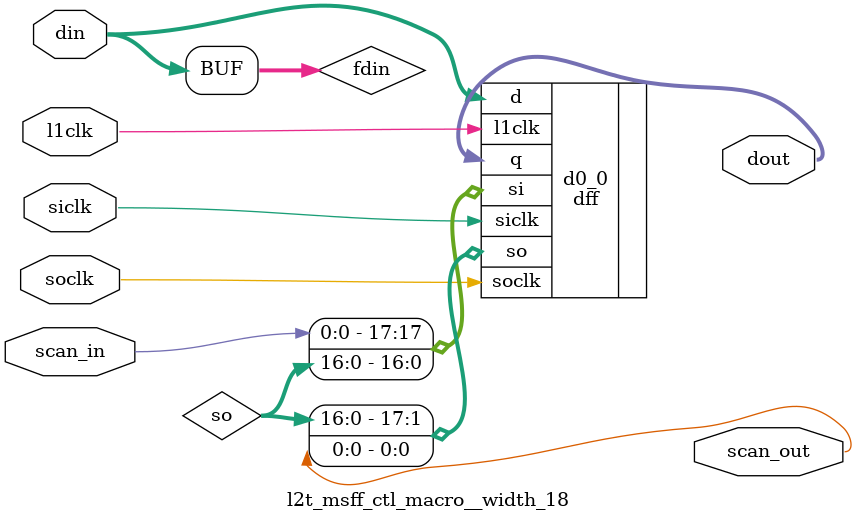
<source format=v>
module l2t_mbist_ctl (
  mbist_run, 
  mbist_l2tag_read, 
  mbist_l2tag_write, 
  mbist_l2tag_index, 
  mbist_l2tag_way, 
  mbist_l2tag_dec_way, 
  mbist_l2tag_lkup_tag, 
  mbist_l2tag_fail, 
  mbist_l2tag_hit_way, 
  mbist_l2data_write, 
  mbist_l2data_word, 
  mbist_l2data_way, 
  mbist_l2data_index, 
  mbist_l2data_fail, 
  mbist_l2vuad_read, 
  mbist_l2vuad_write, 
  mbist_l2vuad_index, 
  mbist_l2vuad_vd, 
  mbist_l2vuad_fail, 
  mbist_arb_l2t_write, 
  mbist_write_data, 
  mbist_write_data_decck, 
  mbist_done, 
  mbist_fail, 
  mbist0_done, 
  mbist2_done, 
  mbist0_fail, 
  mbist2_fail, 
  mbist_start_mb0, 
  mbist_start_mb2, 
  mbist_arb_l2d_en, 
  mbist_arb_l2d_write, 
  mbist_l2d_en, 
  l2clk, 
  tcu_pce_ov, 
  tcu_aclk, 
  tcu_bclk, 
  tcu_scan_en, 
  tcu_clk_stop, 
  scan_in, 
  scan_out, 
  mbist_start, 
  mbist_bisi_mode, 
  mbist_user_mode);
wire pce_ov;
wire stop;
wire siclk;
wire soclk;
wire se;
wire l1clk;
wire clock_enable;
wire start_in;
wire l1clk_pm1;
wire array_usr_reg_scanin;
wire array_usr_reg_scanout;
wire [3:0] user_array_sel_in;
wire [3:0] user_array_sel;
wire user_addr_mode_reg_scanin;
wire user_addr_mode_reg_scanout;
wire user_addr_mode_in;
wire user_addr_mode;
wire user_start_addr_reg_scanin;
wire user_start_addr_reg_scanout;
wire [17:0] user_start_addr_in;
wire [17:0] user_start_addr;
wire user_stop_addr_reg_scanin;
wire user_stop_addr_reg_scanout;
wire [17:0] user_stop_addr_in;
wire [17:0] user_stop_addr;
wire user_incr_addr_reg_scanin;
wire user_incr_addr_reg_scanout;
wire [17:0] user_incr_addr_in;
wire [17:0] user_incr_addr;
wire user_data_mode_reg_scanin;
wire user_data_mode_reg_scanout;
wire user_data_mode_in;
wire user_data_mode;
wire user_data_reg_scanin;
wire user_data_reg_scanout;
wire [7:0] user_data_in;
wire [7:0] user_data;
wire user_loop_mode_reg_scanin;
wire user_loop_mode_reg_scanout;
wire user_loop_mode_in;
wire user_loop_mode;
wire ten_n_mode_reg_scanin;
wire ten_n_mode_reg_scanout;
wire ten_n_mode_in;
wire ten_n_mode;
wire user_quad_sel_reg_scanin;
wire user_quad_sel_reg_scanout;
wire user_quad_sel_in;
wire user_quad_sel;
wire user_bisi_wr_mode_reg_scanin;
wire user_bisi_wr_mode_reg_scanout;
wire user_bisi_wr_mode_in;
wire user_bisi_wr_mode;
wire user_bisi_rd_mode_reg_scanin;
wire user_bisi_rd_mode_reg_scanout;
wire user_bisi_rd_mode_in;
wire user_bisi_rd_mode;
wire user_addr_mix_sel_reg_scanin;
wire user_addr_mix_sel_reg_scanout;
wire [1:0] user_addr_mix_sel_in;
wire [1:0] user_addr_mix_sel;
wire mb_user_data_mode;
wire user_mode;
wire mb_user_addr_mode;
wire mb_user_quad_sel;
wire mb_ten_n_mode;
wire mb_user_loop_mode;
wire mb_user_bisi_wr_mode;
wire bisi_mode;
wire mb_user_bisi_rd_mode;
wire mb_user_bisi_rw_mode;
wire mb_default_bisi;
wire mbist_start_reg_scanin;
wire mbist_start_reg_scanout;
wire mbist_start_all;
wire mbist_start_all_reg_scanin;
wire mbist_start_all_reg_scanout;
wire mbist_start_mb1;
wire input_signals_reg_scanin;
wire input_signals_reg_scanout;
wire mb_enable_reg_scanin;
wire mb_enable_reg_scanout;
wire mb_enable;
wire mb_enable_out;
wire start;
wire mb2_done;
wire config_reg_scanin;
wire config_reg_scanout;
wire [1:0] config_in;
wire [1:0] config_out;
wire start_transition;
wire end_transition;
wire reset_engine;
wire loop_again;
wire run;
wire loop_again_reg_scanin;
wire loop_again_reg_scanout;
wire stop_engine_l;
wire stop_engine_l_q;
wire [15:0] l2tag_dec_way;
wire [3:0] l2tag_way;
wire d_mbist_l2vuad_vd;
wire array_1;
wire arb_l2d_en;
wire array_3;
wire array_2;
wire arb_l2d_write;
wire l2d_en;
wire mbist_output_reg_scanin;
wire mbist_output_reg_scanout;
wire cntl_l2rw;
wire [27:0] mb_l2tag_lkup_tag;
wire mb_array_2_wr;
wire cntl_l2rw_out;
wire input_cam_hit_reg_scanin;
wire input_cam_hit_reg_scanout;
wire [15:0] mb_l2tag_hit_way;
wire cntl_reg_scanin;
wire cntl_reg_scanout;
wire [35:0] cntl_in;
wire [35:0] cntl_out;
wire run3;
wire [13:0] cntl_algr;
wire [13:0] next_algr;
wire sel_nextaddr_reset;
wire sel_nextaddr_restart;
wire overflow;
wire sel_nextaddr_incred;
wire cout_rw;
wire sel_nextaddr_same;
wire [17:0] start_addr;
wire [17:0] restart_addr;
wire [17:0] incred_addr;
wire [17:0] cntl_addr;
wire [2:0] cntl_rw;
wire [3:0] next_rw;
wire cntl_msb;
wire cntl_bisi;
wire [3:0] cntl_array_sel;
wire last_array;
wire [1:0] cntl_data_sel;
wire [1:0] cntl_addr_mix;
wire addr_mix_pass;
wire [3:0] cntl_march_element;
wire sel_march_1_pass;
wire [1:0] addr_mix_cntl_out;
wire cntl_addr_mix_reg_scanin;
wire cntl_addr_mix_reg_scanout;
wire [1:0] addr_mix_sel;
wire [1:0] addr_mix_sel_out;
wire array_0;
wire addr_mix_1;
wire addr_mix_0;
wire addr_mix_2;
wire cout_addr;
wire upaddr;
wire march_0;
wire march_1;
wire march_2;
wire march_6;
wire march_7;
wire [3:0] march_element_pre;
wire march_pre_0;
wire march_pre_1;
wire march_pre_2;
wire march_pre_6;
wire march_pre_7;
wire upaddr_pre;
wire [17:0] incr_addr;
wire [17:0] stop_addr;
wire sel_rw_pass;
wire [3:0] rw_incr;
wire one_cycle_march;
wire march_5;
wire five_cycle_march;
wire march_8;
wire two_cycle_march;
wire mem_wr_pbi;
wire march_3;
wire march_4;
wire rw_1;
wire rw_0;
wire rw_4;
wire mem_wr;
wire bisi_wr_mode;
wire bisi_rd_mode;
wire mem_rd_pbi;
wire mem_rd;
wire [17:0] adj_addr;
wire rw_3;
wire [17:0] mem_addr1;
wire true_data_l;
wire rw_2;
wire true_data;
wire [7:0] data_pat_sel;
wire [7:0] mem_data;
wire l2tag_data_0_or_1;
wire [27:0] l2tag_lkup_tag;
wire l2tag_cam_pass;
wire l2tag_cam_cmp_d4;
wire l2tag_cam_fail;
wire l2tag_strobe_valid;
wire [17:0] mb_addr;
wire l2tag_cam_cmp;
wire mb_array_2_rd;
wire cam_cmp_fail_delay_reg_scanin;
wire cam_cmp_fail_delay_reg_scanout;
wire l2tag_cam_cmp_d1;
wire l2tag_cam_cmp_d2;
wire l2tag_cam_cmp_d3;
wire [17:0] mem_addr_mix0;
wire [17:0] mem_addr_mix1;
wire [17:0] mem_addr_mix2_pre;
wire [3:0] mem_addr_mix2_dec;
wire [17:0] mem_addr_mix2;
wire [17:0] mem_addr;
wire [3:0] array_sel;
wire [3:0] march_element;
wire [2:0] rw;
wire [3:0] array_sel_cntl_out;
wire array_sel_reg_scanin;
wire array_sel_reg_scanout;
wire [3:0] array_sel_out;
wire [3:0] march_element_cntl_out;
wire marche_element_reg_scanin;
wire marche_element_reg_scanout;
wire [3:0] march_element_out;
wire [2:0] rw_cntl_out;
wire march_element_reg_scanin;
wire march_element_reg_scanout;
wire [2:0] rw_out;
wire sel_rw_1_pass;
wire sel_rw_2_pass;
wire sel_rw_5_pass;
wire [7:0] mb_write_data;
wire mb_array_0_rd;
wire mb_array_1_rd;
wire mb_array_3_rd;
wire quad_cntl;
wire mb_array_0_wr;
wire mb_array_1_wr;
wire mb_array_3_wr;
wire mb_run;
wire msb_latch_scanin;
wire msb_latch_scanout;
wire msb_in;
wire msb_out;
wire mb_done;
wire [4:0] done_delay;
wire run3_transition_reg_scanin;
wire run3_transition_reg_scanout;
wire run3_out;
wire run3_transition;
wire done_delay_reg_scanin;
wire done_delay_reg_scanout;
wire [4:0] done_delay_in;
wire merged_fail_scanin;
wire merged_fail_scanout;
wire mb_fail_merged;
wire mb0_fail;
wire mb2_fail;
wire merged_done_scanin;
wire merged_done_scanout;
wire mb_done_merged;
wire mb0_done;
wire mb1_fail;
wire mb1_done;
wire mb_l2tag_fail;
wire mb_l2vuad_fail;
wire mb_l2data_fail_pregate;
wire l2data_rd_cmp_reg_scanin;
wire l2data_rd_cmp_reg_scanout;
wire array_3_rd_d1;
wire array_3_rd_d2;
wire array_3_rd_d3;
wire array_3_rd_d4;
wire array_3_rd_d5;
wire array_3_rd_d6;
wire mb_l2data_fail;
wire l2tag_fail_d;
wire l2tag_fail_sticky;
wire l2vuad_fail_d;
wire l2vuad_fail_sticky;
wire l2data_fail_d;
wire l2data_fail_sticky;
wire l2tag_cam_fail_d;
wire l2tag_cam_sticky;
wire mbist_fail_input_reg_scanin;
wire mbist_fail_input_reg_scanout;
wire mbist_fail_sticky;
wire mbist_fail_array;
wire valid_fail;
wire mb_fail;
wire out_mb_tcu_done_reg_scanin;
wire out_mb_tcu_done_reg_scanout;
wire mb_done_out;
wire out_mb_tcu_fail_reg_scanin;
wire out_mb_tcu_fail_reg_scanout;
wire mb_fail_out;
wire out_run_mb_arrays_reg_scanin;
wire out_run_mb_arrays_reg_scanout;
wire mb_run_out;
wire out_data_mb_arrays_reg_scanin;
wire out_data_mb_arrays_reg_scanout;
wire [7:0] mb_write_data_out;
wire [7:0] mbist_write_data_decck_out;
wire out_addr_mb_arrays_reg_scanin;
wire out_addr_mb_arrays_reg_scanout;
wire [17:0] mb_addr_out;
wire out_wr_mb_arrays_reg_scanin;
wire out_wr_mb_arrays_reg_scanout;
wire mb_array_0_wr_out;
wire mb_array_1_wr_out;
wire mb_array_2_wr_out;
wire mb_array_3_wr_out;
wire out_rd_mb_arrays_reg_scanin;
wire out_rd_mb_arrays_reg_scanout;
wire mb_array_0_rd_out;
wire mb_array_1_rd_out;
wire mb_array_2_rd_out;
wire [3:0] l2data_word;
wire spares_scanin;
wire spares_scanout;
 
 
/////////////////////////////////////////////////////////////////////////////// 
// Outputs 
/////////////////////////////////////////////////////////////////////////////// 
 
output            mbist_run;           // run

// l2tag
output            mbist_l2tag_read;    // read enable for tag array
output            mbist_l2tag_write;   // write enable for tag array
output    [8:0]   mbist_l2tag_index;   // Tag array index 
output    [3:0]   mbist_l2tag_way;     // mux select to pick out a way for a read
output    [15:0]  mbist_l2tag_dec_way; // The way select for the tag array
output    [27:0]  mbist_l2tag_lkup_tag; //To test lookup operation.
input             mbist_l2tag_fail; 

input   [15:0]    mbist_l2tag_hit_way; //To see if a match happened.
                                        //Added 2/28/05. 

// l2data

output            mbist_l2data_write;  // 0=Write to the dataarray 1=read
output    [3:0]   mbist_l2data_word;   // encoded 1/16 words are picked to write
            	   	   	               // out of 624 bits you can only write 78 bits at 
            	   	                   // a time
output    [3:0]   mbist_l2data_way;    // encoded way for data array access
output    [8:0]   mbist_l2data_index;  // data access index encoded
input             mbist_l2data_fail;

// l2vuad
output            mbist_l2vuad_read;   // Read enable for vuad array 
output            mbist_l2vuad_write;  // VUAD array write enable
output    [8:0]   mbist_l2vuad_index;  // index to access vuad arrays
output            mbist_l2vuad_vd;     // This is a select signal to pick vd or ua arrays
input             mbist_l2vuad_fail; 

// ???

output            mbist_arb_l2t_write; // Asserted as a request for writing tag array
output    [7:0]   mbist_write_data;    // write data
output    [7:0]   mbist_write_data_decck;    // write data
          
output            mbist_done; 
output            mbist_fail; 
input		      mbist0_done;
input             mbist2_done;
input             mbist0_fail;
input             mbist2_fail;



// mbist_start redistribution:

   output      mbist_start_mb0;
   output      mbist_start_mb2;



// ???????????????????????????????????????????????????????????????????????????????????????


output    	      mbist_arb_l2d_en;    // select to pick mbist index for data array access
output    	      mbist_arb_l2d_write; // select to pick mbist data for data array access
output    	      mbist_l2d_en;        // select to pick mbist way for data array access

 
/////////////////////////////////////////////////////////////////////////////// 
// Inputs 
/////////////////////////////////////////////////////////////////////////////// 
 
input            l2clk; 
input           tcu_pce_ov;
input           tcu_aclk;
input           tcu_bclk;
input           tcu_scan_en;
input           tcu_clk_stop;

input 		    scan_in; 
output 		    scan_out; 

input           mbist_start; 
input           mbist_bisi_mode; 
input           mbist_user_mode; 


/////////////////////////////////////////////////////////////////////////////// 
// Wires 
/////////////////////////////////////////////////////////////////////////////// 



// /////////////////////////////////////////////////////////////////////////////
// Scan Renames
// /////////////////////////////////////////////////////////////////////////////

assign pce_ov = tcu_pce_ov;
assign stop   = tcu_clk_stop;
assign siclk  = tcu_aclk;
assign soclk  = tcu_bclk;
assign se = tcu_scan_en;



////////////////////////////////////////////////////////////////////////////////
// Clock header


l2t_l1clkhdr_ctl_macro clkgen_freeclk (
        .l2clk  (l2clk 		),
        .l1en   (1'b1		),
        .l1clk  (l1clk		),
  .pce_ov(pce_ov),
  .stop(stop),
  .se(se));


assign clock_enable	= start_in | mbist_done | mbist_run | mbist_fail ;
l2t_l1clkhdr_ctl_macro clkgen (
        .l2clk  (l2clk 			),
        .l1en   (clock_enable		),
        .l1clk  (l1clk_pm1			),
  .pce_ov(pce_ov),
  .stop(stop),
  .se(se)
);



// /////////////////////////////////////////////////////////////////////////////
//
// user mode resgisters   
// MBIST PGM Control Register
//
// /////////////////////////////////////////////////////////////////////////////
// /////////////////////////////////////////////////////////////////////////////


////////////////////////////////////////////////////////////////////////////////
// user control registers
//                         size
// -  user_array_sel        4
// -  user_addr_mode        1
// -  user_start_addr      15
// -  user_stop_addr       15
// -  user_inc_addr        15
// -  user_data_mode        1
// -  user_data             8
// -  user_cmpsel_hold      1
// -  user_cmpsel           3
// -  user_loop_mode        1
// -  user_quad_sel         1  (selects upper and lower halves )


   l2t_msff_ctl_macro__width_4 array_usr_reg  (
              .scan_in(array_usr_reg_scanin),
              .scan_out(array_usr_reg_scanout),
              .l1clk    ( l1clk_pm1	           ),
  	          .din      ( user_array_sel_in[3:0]       ),
  		      .dout     ( user_array_sel[3:0]      ),
  .siclk(siclk),
  .soclk(soclk));

   assign user_array_sel_in[3:0]=user_array_sel[3:0];


   // user address mode

   l2t_msff_ctl_macro__width_1 user_addr_mode_reg  (
              .scan_in(user_addr_mode_reg_scanin),
              .scan_out(user_addr_mode_reg_scanout),
              .l1clk    ( l1clk_pm1	           ),
  	          .din      ( user_addr_mode_in       ),
  		      .dout     ( user_addr_mode        ),
  .siclk(siclk),
  .soclk(soclk));

   assign user_addr_mode_in=user_addr_mode;
   

   //  user start address
   
  l2t_msff_ctl_macro__width_18 user_start_addr_reg  (
                 .scan_in(user_start_addr_reg_scanin),
                 .scan_out(user_start_addr_reg_scanout),
                 .l1clk    ( l1clk_pm1	           ),
                 .din      ( user_start_addr_in[17:0]       ),
                 .dout     ( user_start_addr[17:0]      ),
  .siclk(siclk),
  .soclk(soclk));


   assign user_start_addr_in[17:0]=user_start_addr[17:0];

   //  user stop address
   
  l2t_msff_ctl_macro__width_18 user_stop_addr_reg  (
                 .scan_in(user_stop_addr_reg_scanin),
                 .scan_out(user_stop_addr_reg_scanout),
                 .l1clk    ( l1clk_pm1	           ),
                 .din      ( user_stop_addr_in[17:0]       ),
                 .dout     ( user_stop_addr[17:0]      ),
  .siclk(siclk),
  .soclk(soclk));


   assign user_stop_addr_in[17:0]=user_stop_addr[17:0];
   

  //  user increment address
   
  l2t_msff_ctl_macro__width_18 user_incr_addr_reg  (
                 .scan_in(user_incr_addr_reg_scanin),
                 .scan_out(user_incr_addr_reg_scanout),
                 .l1clk    ( l1clk_pm1	           ),
                 .din      ( user_incr_addr_in[17:0]       ),
                 .dout     ( user_incr_addr[17:0]      ),
  .siclk(siclk),
  .soclk(soclk));


   assign user_incr_addr_in[17:0]=user_incr_addr[17:0];

   // user data mode

   l2t_msff_ctl_macro__width_1 user_data_mode_reg  (
              .scan_in(user_data_mode_reg_scanin),
              .scan_out(user_data_mode_reg_scanout),
              .l1clk    ( l1clk_pm1	           ),
  	          .din      ( user_data_mode_in       ),
   		      .dout     ( user_data_mode        ),
  .siclk(siclk),
  .soclk(soclk));

							 
   assign user_data_mode_in=user_data_mode;

   //  user data select
   
   l2t_msff_ctl_macro__width_8 user_data_reg  (
                 .scan_in(user_data_reg_scanin),
                 .scan_out(user_data_reg_scanout),
                 .l1clk    ( l1clk_pm1	           ),
                 .din      ( user_data_in[7:0]       ),
                 .dout     ( user_data[7:0]      ),
  .siclk(siclk),
  .soclk(soclk));


   assign user_data_in[7:0]    =    user_data[7:0];


   // user loop mode

   l2t_msff_ctl_macro__width_1 user_loop_mode_reg  (
              .scan_in(user_loop_mode_reg_scanin),
              .scan_out(user_loop_mode_reg_scanout),
              .l1clk    ( l1clk_pm1	           ),
  	          .din      ( user_loop_mode_in       ),
  		      .dout     ( user_loop_mode        ),
  .siclk(siclk),
  .soclk(soclk));

  
   assign user_loop_mode_in=user_loop_mode;



   // 10N Algorithm for bit mapping

   l2t_msff_ctl_macro__width_1 ten_n_mode_reg  (
              .scan_in(ten_n_mode_reg_scanin),
              .scan_out(ten_n_mode_reg_scanout),
              .l1clk    ( l1clk_pm1	           ),
  	          .din      ( ten_n_mode_in       ),
  		      .dout     ( ten_n_mode        ),
  .siclk(siclk),
  .soclk(soclk));

  
   assign ten_n_mode_in=ten_n_mode;



   // user data mode

   l2t_msff_ctl_macro__width_1 user_quad_sel_reg  (
              .scan_in(user_quad_sel_reg_scanin),
              .scan_out(user_quad_sel_reg_scanout),
              .l1clk    ( l1clk_pm1	           ),
  	          .din      ( user_quad_sel_in       ),
   		      .dout     ( user_quad_sel        ),
  .siclk(siclk),
  .soclk(soclk));

							 
   assign user_quad_sel_in=user_quad_sel;


   l2t_msff_ctl_macro__width_1 user_bisi_wr_mode_reg  (
                  .scan_in(user_bisi_wr_mode_reg_scanin),
                  .scan_out(user_bisi_wr_mode_reg_scanout),
                  .l1clk    ( l1clk_pm1	                  ),
  	          .din      ( user_bisi_wr_mode_in   ),
  		  .dout     ( user_bisi_wr_mode      ),
  .siclk(siclk),
  .soclk(soclk));

   assign user_bisi_wr_mode_in=user_bisi_wr_mode;

   l2t_msff_ctl_macro__width_1 user_bisi_rd_mode_reg  (
                  .scan_in(user_bisi_rd_mode_reg_scanin),
                  .scan_out(user_bisi_rd_mode_reg_scanout),
                  .l1clk    ( l1clk_pm1	                  ),
  	          .din      ( user_bisi_rd_mode_in   ),
  		  .dout     ( user_bisi_rd_mode      ),
  .siclk(siclk),
  .soclk(soclk));

   assign user_bisi_rd_mode_in=user_bisi_rd_mode;


   
  l2t_msff_ctl_macro__width_2 user_addr_mix_sel_reg  (
                 .scan_in(user_addr_mix_sel_reg_scanin),
                 .scan_out(user_addr_mix_sel_reg_scanout),
                 .l1clk    ( l1clk_pm1	           ),
                 .din      ( user_addr_mix_sel_in[1:0]       ),
                 .dout     ( user_addr_mix_sel[1:0]      ),
  .siclk(siclk),
  .soclk(soclk));


   assign user_addr_mix_sel_in[1:0]=user_addr_mix_sel[1:0];
   




   assign mb_user_data_mode = user_mode & user_data_mode;
   assign mb_user_addr_mode = user_mode & user_addr_mode;
   assign mb_user_quad_sel = user_mode & user_quad_sel;
   assign mb_ten_n_mode          = user_mode & ten_n_mode;
   assign mb_user_loop_mode      = user_mode & user_loop_mode;



   assign mb_user_bisi_wr_mode   = user_mode & user_bisi_wr_mode & bisi_mode;
   assign mb_user_bisi_rd_mode   = user_mode & user_bisi_rd_mode & bisi_mode;

   assign mb_user_bisi_rw_mode   = ((~user_bisi_wr_mode & ~user_bisi_rd_mode) | (user_bisi_wr_mode & user_bisi_rd_mode)) & bisi_mode;

   assign mb_default_bisi = bisi_mode & ~user_mode;


// /////////////////////////////////////////////////////////////////////////////
//
// MBIST Config Register
//
// /////////////////////////////////////////////////////////////////////////////
//
// A low to high transition on mbist_start will reset and start the engine.  
// mbist_start must remain active high for the duration of MBIST.  
// If mbist_start deasserts the engine will stop but not reset.
// Once MBIST has completed mb0_done will assert and the fail status
// signals will be valid.  
// To run MBIST again the mbist_start signal must transition low then high.
//
// Loop on Address will disable the address mix function.
//
// /////////////////////////////////////////////////////////////////////////////


  // flop incoming signals:


  // flop incoming signals:

  // --> mbist_start -> flop -> flop-> mbist_mb2
  //                 -> mbist_start_all -> mbist_start_mb1
  //                 -> mbist_start_all -> mbist_start_mb0

  l2t_msff_ctl_macro__width_1 mbist_start_reg  (
              .scan_in(mbist_start_reg_scanin),
              .scan_out(mbist_start_reg_scanout),
              .l1clk    ( l1clk           ),
               .din      ( mbist_start ),
               .dout     ( mbist_start_all ),
  .siclk(siclk),
  .soclk(soclk));

  l2t_msff_ctl_macro__width_3 mbist_start_all_reg  (
              .scan_in(mbist_start_all_reg_scanin),
              .scan_out(mbist_start_all_reg_scanout),
              .l1clk    ( l1clk           ),
               .din      ( {mbist_start_all,mbist_start_all, mbist_start_all} ),
               .dout     ( {mbist_start_mb1,mbist_start_mb0, mbist_start_mb2} ),
  .siclk(siclk),
  .soclk(soclk));


  l2t_msff_ctl_macro__width_3 input_signals_reg  (
               .scan_in(input_signals_reg_scanin),
               .scan_out(input_signals_reg_scanout),
               .l1clk    ( l1clk          ),
               .din      ( {mbist_start_mb1,mbist_bisi_mode,mbist_user_mode} ),
               .dout     ( {start_in,bisi_mode,user_mode} ),
  .siclk(siclk),
  .soclk(soclk));
  

  // default   : mb_enable=0
  // bisi      : mb_enable=0
  // user_mode : mb_enable=depend on programmed value

  l2t_msff_ctl_macro__width_1 mb_enable_reg  (
               .scan_in(mb_enable_reg_scanin),
               .scan_out(mb_enable_reg_scanout),
               .l1clk    ( l1clk_pm1	           ),
               .din      ( mb_enable       ),
               .dout     ( mb_enable_out       ),
  .siclk(siclk),
  .soclk(soclk));


  assign mb_enable = user_mode ? mb_enable_out : 1'b0;


  assign start = user_mode ? (mb_enable_out & start_in) :
                             (start_in & mb2_done);

//  assign start = start_in ;



  l2t_msff_ctl_macro__width_2 config_reg  (
               .scan_in(config_reg_scanin),
               .scan_out(config_reg_scanout),
               .l1clk    ( l1clk_pm1	           ),
               .din      ( config_in[1:0]       ),
               .dout     ( config_out[1:0]      ),
  .siclk(siclk),
  .soclk(soclk));

   
  assign config_in[0]        =    start;
  assign config_in[1]        =    config_out[0];
  assign start_transition    =    config_out[0]      &  ~config_out[1];
  assign end_transition      =   ~config_out[0] &  config_out[1];
  assign reset_engine        =    start_transition | loop_again  | end_transition;
  assign run                 =    config_out[1]  ;



  l2t_msff_ctl_macro__width_1 loop_again_reg  (
               .scan_in(loop_again_reg_scanin),
               .scan_out(loop_again_reg_scanout),
               .l1clk    ( l1clk_pm1	           ),
               .din      (  stop_engine_l   ),
               .dout     (  stop_engine_l_q  ),
  .siclk(siclk),
  .soclk(soclk));


assign loop_again=mb_user_loop_mode ? stop_engine_l & ~stop_engine_l_q:  1'b0;



    

   assign l2tag_dec_way[0]   = (l2tag_way[3:0]==4'h0);
   assign l2tag_dec_way[1]   = (l2tag_way[3:0]==4'h1);
   assign l2tag_dec_way[2]   = (l2tag_way[3:0]==4'h2);
   assign l2tag_dec_way[3]   = (l2tag_way[3:0]==4'h3);


   assign l2tag_dec_way[4]   = (l2tag_way[3:0]==4'h4);
   assign l2tag_dec_way[5]   = (l2tag_way[3:0]==4'h5);
   assign l2tag_dec_way[6]   = (l2tag_way[3:0]==4'h6);
   assign l2tag_dec_way[7]   = (l2tag_way[3:0]==4'h7);


   assign l2tag_dec_way[8]   = (l2tag_way[3:0]==4'h8);
   assign l2tag_dec_way[9]   = (l2tag_way[3:0]==4'h9);
   assign l2tag_dec_way[10]  = (l2tag_way[3:0]==4'hA);
   assign l2tag_dec_way[11]  = (l2tag_way[3:0]==4'hB);


   assign l2tag_dec_way[12]  = (l2tag_way[3:0]==4'hC);
   assign l2tag_dec_way[13]  = (l2tag_way[3:0]==4'hD);
   assign l2tag_dec_way[14]  = (l2tag_way[3:0]==4'hE);
   assign l2tag_dec_way[15]  = (l2tag_way[3:0]==4'hF);






assign          d_mbist_l2vuad_vd=array_1;  // selects vuad dirty

assign          arb_l2d_en   =user_mode ?  run : array_3 | array_2;  // provide early static signal
assign          arb_l2d_write=user_mode ?  run : array_3 | array_2;  // provide early static signal
assign          l2d_en       =user_mode ?  run : array_3 | array_2;  // provide early static signal


l2t_msff_ctl_macro__width_50		mbist_output_reg		 (
 .scan_in(mbist_output_reg_scanin),
 .scan_out(mbist_output_reg_scanout),
 .l1clk    ( l1clk_pm1	           ),
 .din  ({ cntl_l2rw,
          l2tag_dec_way[15:0],
          mb_l2tag_lkup_tag[27:0],
          d_mbist_l2vuad_vd,
          mb_array_2_wr,
          arb_l2d_en,
          arb_l2d_write,
          l2d_en}),                 
 .dout ({ cntl_l2rw_out,
          mbist_l2tag_dec_way[15:0],
          mbist_l2tag_lkup_tag[27:0],
          mbist_l2vuad_vd,
          mbist_arb_l2t_write,
          mbist_arb_l2d_en,
          mbist_arb_l2d_write,
          mbist_l2d_en}),
  .siclk(siclk),
  .soclk(soclk));




   l2t_msff_ctl_macro__width_16 input_cam_hit_reg  (
              .scan_in(input_cam_hit_reg_scanin),
              .scan_out(input_cam_hit_reg_scanout),
              .l1clk    ( l1clk_pm1	           ),
  	          .din      ( mbist_l2tag_hit_way[15:0]       ),
  		      .dout     ( mb_l2tag_hit_way[15:0]      ),
  .siclk(siclk),
  .soclk(soclk));




// work
//////////////////////////////////////////////////////////////////////////////////////////////////////////////////////
////////////////////////////////////   ////////////////////////////////////
//  CONTROL REG:
////////////////////////////////////   ////////////////////////////////////


   l2t_msff_ctl_macro__width_36 cntl_reg  (
                 .scan_in(cntl_reg_scanin),
                 .scan_out(cntl_reg_scanout),
                 .l1clk    ( l1clk_pm1	           ),
                 .din      ( cntl_in[35:0]       ),
                 .dout     ( cntl_out[35:0]      ),
  .siclk(siclk),
  .soclk(soclk));


   assign cntl_in[35:22]   = reset_engine   ? {14'b00000000000000}:
     	                     (~run3)          ? cntl_algr[13:0]:	  
	                                          next_algr[13:0];

   
//   assign cntl_in[12:3]    = reset_engine ? start_addr[7:0]:
//	                         ~run3        ? cntl_addr[7:0]:
//	                                        next_addr[7:0];

    // reset_engine   run3    overflow   cout_rw    output
   // ---------------------------------------------------------
   //    1             x        x          x       start_addr
   //    0             0        x          x       cntl_addr
   //    0             1        1          x       restart_addr
   //    0             1        0          1       incred_addr
   //    0             1        0          0       cntl_addr                                     


   assign sel_nextaddr_reset    = reset_engine;
   assign sel_nextaddr_restart  = ~reset_engine & run3 & overflow;
   assign sel_nextaddr_incred   = ~reset_engine & run3 & ~overflow & cout_rw;
   assign sel_nextaddr_same     = ~(sel_nextaddr_reset | sel_nextaddr_restart | sel_nextaddr_incred);

   assign cntl_in[21:4] = ({18{sel_nextaddr_reset}} & start_addr[17:0]) |
                          ({18{sel_nextaddr_restart}} & restart_addr[17:0]) |
                          ({18{sel_nextaddr_incred}} & incred_addr[17:0]) |
                          ({18{sel_nextaddr_same}} & cntl_addr[17:0]);  
   

   assign cntl_in[3:1]     = reset_engine  ? 3'b000 : 
                             (~run3 )          ? cntl_rw[2:0]:
                                             next_rw[3:1];


   assign cntl_in[0]       =     next_rw[0];


////////////////////////////////////   ////////////////////////////////////
//  NEXT ALGR
////////////////////////////////////   ////////////////////////////////////

   // msb
   assign cntl_msb                    =     start_in &  cntl_out[   35];    // done selection

   assign cntl_bisi                    =       mb_default_bisi | mb_user_bisi_rw_mode ? cntl_out[34] :
                                                                                        1'b1;

   // array
   assign cntl_array_sel[3:0]        =       (user_mode | last_array)     ? 4'b1111:
                                                            cntl_out[33:30];    // array selection 

   // data
   assign cntl_data_sel[1:0]          =   (bisi_mode | mb_user_data_mode)  ? 2'b11 :    cntl_out[29:28];    // data selection



   // address mix
   assign cntl_addr_mix[1:0]          =     addr_mix_pass ? 2'b11  :    
                                          
                                                     cntl_out[27:26];    // address mix


   assign cntl_march_element[3:0]     =   sel_march_1_pass  ? 4'b1111:
                                                              cntl_out[25:22];    // march element

//   assign addr_mix[1:0] = (bisi_mode | mb_user_addr_mode ) ? 2'b00 :
//                                                       cntl_addr_mix[1:0];



  
   // cmp logic

   assign addr_mix_cntl_out[1:0] = cntl_out[27:26];

   l2t_msff_ctl_macro__width_2 cntl_addr_mix_reg  (
              .scan_in(cntl_addr_mix_reg_scanin),
              .scan_out(cntl_addr_mix_reg_scanout),
              .l1clk    ( l1clk_pm1	           ),
               .din      ( addr_mix_sel[1:0] ),
               .dout     ( addr_mix_sel_out[1:0] ),
  .siclk(siclk),
  .soclk(soclk));

//   assign cmp_sel[3:0]=  (&cmp_sel_cntl_out[3:0] & ~(array_5)) ? cmp_sel_out[3:0] :
   assign addr_mix_sel[1:0]=  (&addr_mix_cntl_out[1:0] ) ? addr_mix_sel_out[1:0] :
                               mb_user_addr_mode                 ? user_addr_mix_sel[1:0] :
                                                          addr_mix_cntl_out[1:0];

   assign addr_mix_pass = (mb_user_addr_mode | bisi_mode ) |
                          array_0 & addr_mix_1 |
                          array_1 & addr_mix_1 |
                          array_2 & addr_mix_1 |
                          array_3 & addr_mix_1 ;

   assign addr_mix_0 = addr_mix_sel==2'b00 & run3;
   assign addr_mix_1 = addr_mix_sel==2'b01 & run3;
   assign addr_mix_2 = addr_mix_sel==2'b10 & run3;

   assign cntl_algr[13:0] =       {cntl_msb,
                                   cntl_bisi,
                                   cntl_array_sel[3:0],
			                       cntl_data_sel[1:0],
			                       cntl_addr_mix[1:0],
			                       cntl_march_element[3:0]};

   assign next_algr[13:0] = cout_addr ? cntl_algr[13:0] + 14'h1 : cntl_algr[13:0];         // mbist control




////////////////////////////////////   ////////////////////////////////////
//  NEXT ADDR
////////////////////////////////////   ////////////////////////////////////


   /////////////////////////
   // address engine
   /////////////////////////


   assign upaddr           =    march_0 | march_1 | march_2 | march_6 | march_7 | bisi_mode ;
                                

   assign march_element_pre[3:0]=next_algr[3:0];

   assign march_pre_0   = march_element_pre[3:0]==4'h0;
   assign march_pre_1   = march_element_pre[3:0]==4'h1;
   assign march_pre_2   = march_element_pre[3:0]==4'h2;
   assign march_pre_6   = march_element_pre[3:0]==4'h6;
   assign march_pre_7   = march_element_pre[3:0]==4'h7;

   assign upaddr_pre =     march_pre_0 | march_pre_1 | march_pre_2 | march_pre_6 | march_pre_7;


   assign incr_addr[17:0]  = mb_user_addr_mode ? user_incr_addr[17:0] :  18'b000000000000000001;

   assign start_addr[17:0] = mb_user_addr_mode ? user_start_addr[17:0] : 18'b000000000000000000;
   
   
//   assign next_addr_out[8:0] = cout_rw ? cntl_addr[8:0] + incr_addr[8:0] : cntl_addr[8:0];    // next address


   assign incred_addr[17:0] = cntl_addr[17:0] + incr_addr[17:0];


   assign overflow   = upaddr   ? ( cntl_addr[17:0] == stop_addr[17:0])  & (cntl_rw[2:0]==3'b111 & cntl_l2rw):
                                  (~cntl_addr[17:0] == start_addr[17:0]) & (cntl_rw[2:0]==3'b111 & cntl_l2rw);


//   assign next_addr[17:0]= overflow ? restart_addr[17:0] : next_addr_out[17:0];
  
   assign restart_addr[17:0] = upaddr_pre ? start_addr[17:0] : ~stop_addr[17:0];
      
   assign cout_addr =  overflow;




////////////////////////////////////   ////////////////////////////////////
//  NEXT RW
////////////////////////////////////   ////////////////////////////////////


   assign cntl_rw[2:0]                =   sel_rw_pass      ? 3'b111: 
                                                               cntl_out[ 3: 1];    // read write control

   assign cntl_l2rw                   =  (run3 & (array_3 & cntl_out[0]) | ~(array_3)) ;

   assign rw_incr[3:0]                = {cntl_rw[2:0],cntl_l2rw};     

   assign next_rw[3:0] = rw_incr[3:0]+4'b0001 ;              

   
   assign cout_rw = &{cntl_rw[2:0],cntl_l2rw};     // carry over for rw 








////////////////////////////////////   ////////////////////////////////////
//  MBIST CONTROL SIGNAL
//  - mem_wr
////////////////////////////////////   ////////////////////////////////////


   assign one_cycle_march  =  march_0 | march_5 | march_7;
   assign five_cycle_march =  march_6 | march_8;
   assign two_cycle_march  = ~(one_cycle_march | five_cycle_march);


   /////////////////////////
   // membist write enable
   /////////////////////////


    assign mem_wr_pbi     = run3 & (
                               march_0 |
                               ((march_1 | march_2 | march_3 | march_4 ) & rw_1) |
                               (march_6 & (rw_0 | rw_1 | rw_4)) |
                               march_7 |
                               (march_8 & (rw_0 | rw_1 | rw_4))
                               );  


   assign mem_wr = bisi_wr_mode ? 1'b1 :
                   bisi_rd_mode ? 1'b0 :
                                  mem_wr_pbi;
  

   /////////////////////////
   // membist read enable
   /////////////////////////

                                            

   assign mem_rd_pbi         =     run3   &      ~mem_wr;  



   assign mem_rd= bisi_rd_mode ? 1'b1 : mem_rd_pbi;


   /////////////////////
   // membist address:
   ////////////////////

   assign cntl_addr[17:0]   = cntl_out[21:4];

// Original Code:
//   assign adj_addr[17:0]      = (five_cycle_march & (rw_1 | rw_3)) ? {cntl_addr[17:6],~cntl_addr[5],cntl_addr[4:0]}:
//                                                                  cntl_addr[17:0] ;

// Proposed Code:
   assign adj_addr[17:0]      = (five_cycle_march & (rw_1 | rw_3)) ? {cntl_addr[17:4],~cntl_addr[3],cntl_addr[2:0]}:
                                                                      cntl_addr[17:0] ;

// If l2d:   default cntl_addr[7:0] works
//           addr_mix cntl_addr[10:3] works
// Note: Based on my conversation w/ Judy, for l2d, if a row needs to be replaced with a
// redundant row, the redundant row is in the other 16KB block. In that case,
// for that row and its corresponding row for weak-bit test, weak-bit address
// would not be on the bitline.

// If l2t:   default cntl_addr[8:2] works
//           addr_mix cntl_addr[6:0] works

// If vuad:  default cntl_addr[5:2] works
//           addr_mix cntl_addr[3:0] works

 
   assign mem_addr1[17:0]    = upaddr   ?  adj_addr[17:0]:  ~adj_addr[17:0];



   /////////////////////
   // true data
   ////////////////////

   assign true_data_l     =    bisi_mode |
                             march_0   |
                             (march_1 & rw_0)   |
                             (march_2 & rw_1)   |
                             (march_3 & rw_0)   |
                             (march_4 & rw_1)   |
                             (march_5)   |
                             (march_6 & (rw_1 | rw_3 | rw_4))   |
                             (march_8 & (rw_0 | rw_2));

   assign true_data=~true_data_l;

   /////////////////////
   // membist data:
   ////////////////////

   assign data_pat_sel[7:0]        =     (mb_user_data_mode & bisi_mode)         ?   ~user_data[7:0]:
                                         (mb_user_data_mode)                     ?    user_data[7:0]:
                                         bisi_mode                               ?    8'hFF:
                                         (cntl_data_sel[1:0] == 2'h0)            ?    8'hAA:
                                         (cntl_data_sel[1:0] == 2'h1)            ?    8'h99:
                                         (cntl_data_sel[1:0] == 2'h2)            ?    8'hCC:
                                                                                      8'h00;
   assign mem_data[7:0]         = true_data ? data_pat_sel[7:0] : ~data_pat_sel[7:0];


   // l2tag cam


   assign l2tag_data_0_or_1 = mem_data[7:0] == 8'h00 | mem_data[7:0]==8'hFF;

   assign l2tag_lkup_tag[27:0] = {mem_data[3:0],mem_data[7:0],mem_data[7:0],mem_data[7:0]};

   assign mb_l2tag_lkup_tag[27:0] = (march_1 | march_2) ? l2tag_lkup_tag[27:0] : ~l2tag_lkup_tag[27:0];

   assign l2tag_cam_pass = l2tag_cam_cmp_d4 ? &mb_l2tag_hit_way[15:0] : ~|mb_l2tag_hit_way[15:0];
   assign l2tag_cam_fail = (l2tag_strobe_valid) ? ~l2tag_cam_pass : 1'b0;

   assign l2tag_strobe_valid = mb_addr[8] & array_2 & (~bisi_mode | ~mb_user_addr_mode) & l2tag_way[3:0]==4'h0 & (march_1 | march_2) ;
   assign l2tag_cam_cmp = mb_array_2_rd & (march_1 | march_2) & l2tag_data_0_or_1;


l2t_msff_ctl_macro__width_4		cam_cmp_fail_delay_reg		 (
 .scan_in(cam_cmp_fail_delay_reg_scanin),
 .scan_out(cam_cmp_fail_delay_reg_scanout),
 .l1clk    ( l1clk_pm1	           ),
 .din  ( {
          l2tag_cam_cmp,
          l2tag_cam_cmp_d1,
          l2tag_cam_cmp_d2,
          l2tag_cam_cmp_d3
          }		),
 .dout ({ 
          l2tag_cam_cmp_d1,
          l2tag_cam_cmp_d2,
          l2tag_cam_cmp_d3,
          l2tag_cam_cmp_d4
        }		),
  .siclk(siclk),
  .soclk(soclk));



////////////////////////////////////   ////////////////////////////////////
//  STOP ADDR
////////////////////////////////////   ////////////////////////////////////
// cycle count for bisi:
//  arrays   cycles  operation
//  ---------------------------
//  vuad0:      512  write
//  vuad1:      512  write
//  l2tag:     8192  write
// l2data:   131072  write
//  vuad0:      512  read
//  vuad1:      512  read
//  l2tag:     8192  read <--  abort after 1st read
// l2data:   131072  read
//-----------------------------
//  total    280576


   assign stop_addr[17:0]  = mb_user_addr_mode ? user_stop_addr[17:0]  : 
                                                 array_0   ?  18'b00_00000001_11111111:  // l2vuad (valid)
                                                 array_1   ?  18'b00_00000001_11111111:  // l2vuad (dirty)
                                                 array_2   ?  18'b00_00011111_11111111:  // l2tag
                                                 array_3   ?  18'b00_11111111_11111111:  // l2data
                                                              18'b01_11111111_11111111;


////////////////////////////////////   ////////////////////////////////////
//  ADDR MIX
////////////////////////////////////   ////////////////////////////////////

// L2tag
// ------
// Each L2t bank is 8Kx28. Each bank is composed of 8 arrays
// and each array represent 2 ways.

// Each array is 128 rows x (28x8) columns. There is a 4:1 column muxing
// and since 2 ways, the 8 consecutive columns represent 2 ways, where
// every 4 goes to one sense amp.

// Therefore, index[8:0] chooses one of 512 entires, where:

// index[8:2] are row addresses, and
// index[1:0] are column addresses.


// VUAD memories
// --------------
// Each VUAD instance is 32 words x 160 bits and structured as
// 32 rows x 160 columns. It is a straight forward memory.
// The rows are divided in between for read. i.e. 16 rows on top
// and 16 rows in the bottom.

// Therefore, for addressing, consider this:

// address_mix = 0 : mem_address[4:0]
//             = 1 : mem_address[3:0],mem_address[4]  // to jump between
                                                   // top & bottom.
// For adjacent row, consider inverting one of mem_address[3:0] so that
// both fall amongst the top or bottom rows.                               
// 
// Furthermore, there are 4 arrays of 32x160 for VD and 4 for UA.
// There are index[8:0] is used to address the bits of each set of 4 arrays.
// For VD bits, since there 2 bits for each entry and for each way, then 
// # of bits per entry for 16 ways are 16x2=32 which requires 7 bits of ecc,
// therefore 39 bits per entry is needed. Therefore, for 512 entries, we need:
// 512 x 39 which is stored as (4 arrays) of (32rows) x (39x4).
// So, index[8:0] is used in the following way:

// index[1:0]: decodes which entry on each row,
// index[6:2]: decodes which row within an array,
// index[8:7]: decodes which of four 32x160 array instances.

// L2data
// ------
// Each bank of L2data is composed of a top and bottom half. Top half for
// col_offset 1 and 3 and the bottom one for col_offset 0 and 2.
// Each half is composed of 2 quadrants and each quadrant is made up of four
// 32KB blocks. 
// The top two 32KB in each quadrant is controlled with way_sel[7:0] and the
// bottom two is controlled with way_sel[15:8].
// Each 32KB block is built of two 16KB blocks. 
// Each 16KB block is the configured as 256 rows x 624 columns.
// These 624 columns are muxed 8:1 into 78 i/o's. 
// way_sel[7:0] and way_sel[15:8] decode the 8 columns within an i/o.
// set[7:0] decodes 256 rows within a 16K B and set[8] chooses between top and
// bottom 16KB. 
// 

   // l2tag  

   assign mem_addr_mix0[17:0]   =     mem_addr1[17:0];



   assign mem_addr_mix1[17:0]   =    (array_2) ? { mem_addr1[17:13],
                                                   mem_addr1[12],
                                                   mem_addr1[9],
                                                   mem_addr1[11],
                                                   mem_addr1[10],
                                                   mem_addr1[6:0],
                                                   mem_addr1[8:7] } :   // l2tag fast row

                                     (array_0) ? { mem_addr1[17:7],mem_addr1[4:0],mem_addr1[6:5] } :   // vuad
                                     (array_1) ? { mem_addr1[17:7],mem_addr1[4:0],mem_addr1[6:5] } :
                                     (array_3) ? { mem_addr1[17:16],mem_addr1[5:3],mem_addr1[6],mem_addr1[2:0],mem_addr1[15:7] } :
                                                          mem_addr1[17:0];  // Default l2d: fast row, then 16K block, then column 
                                                                         // Default l2t: fast col, then row, then way
                                                                           // Default vuad: fast word_en, then row

                                        // index[7:0], waysel, index[8], word
     assign mem_addr_mix2_pre[17:0]   =    { mem_addr1[17:16],mem_addr1[2:0],mem_addr1[7:4],mem_addr1[3],mem_addr1[15:8] } ;


     assign mem_addr_mix2_dec[3:0] = mem_addr_mix2_pre[12:9]==4'd0  ? 4'd0  :
                                     mem_addr_mix2_pre[12:9]==4'd1  ? 4'd8  :
                                     mem_addr_mix2_pre[12:9]==4'd2  ? 4'd1  :
                                     mem_addr_mix2_pre[12:9]==4'd3  ? 4'd9  :
                                     mem_addr_mix2_pre[12:9]==4'd4  ? 4'd2  :
                                     mem_addr_mix2_pre[12:9]==4'd5  ? 4'd10 :
                                     mem_addr_mix2_pre[12:9]==4'd6  ? 4'd3  :
                                     mem_addr_mix2_pre[12:9]==4'd7  ? 4'd11 :
                                     mem_addr_mix2_pre[12:9]==4'd8  ? 4'd4  :
                                     mem_addr_mix2_pre[12:9]==4'd9  ? 4'd12 :
                                     mem_addr_mix2_pre[12:9]==4'd10 ? 4'd5  :
                                     mem_addr_mix2_pre[12:9]==4'd11 ? 4'd13 :
                                     mem_addr_mix2_pre[12:9]==4'd12 ? 4'd6  :
                                     mem_addr_mix2_pre[12:9]==4'd13 ? 4'd14 :
                                     mem_addr_mix2_pre[12:9]==4'd14 ? 4'd7  :
                                     mem_addr_mix2_pre[12:9]==4'd15 ? 4'd15 :
                                                                   4'h0 ;

     
     assign mem_addr_mix2[17:0]={mem_addr_mix2_pre[17:13],mem_addr_mix2_dec[3:0],mem_addr_mix2_pre[8:0]};

     assign mem_addr[17:0] = addr_mix_0  ? mem_addr_mix0[17:0] : 
                             addr_mix_1  ? mem_addr_mix1[17:0] :
                             addr_mix_2  ? mem_addr_mix2[17:0] :
                                           mem_addr1[17:0];
                                           


////////////////////////////////////   ////////////////////////////////////
//  SEQ selection
////////////////////////////////////   ////////////////////////////////////

    // array

    assign array_0     = array_sel[3:0]==4'h0 & run3;
    assign array_1     = array_sel[3:0]==4'h1 & run3;
    assign array_2     = array_sel[3:0]==4'h2 & run3;
    assign array_3     = array_sel[3:0]==4'h3 & run3;
//    assign array_4     = array_sel[3:0]==4'h4;
//    assign array_5     = array_sel[3:0]==4'h5;

    assign last_array = array_3;
   // cmp
//   assign cmp_0       = cmp_sel[3:0]==4'b0000;
//   assign cmp_1       = cmp_sel[3:0]==4'b0001;
//   assign cmp_2       = cmp_sel[3:0]==4'b0010;
//   assign cmp_3       = cmp_sel[3:0]==4'b0011;
//   assign cmp_4       = cmp_sel[3:0]==4'b0100;
//   assign cmp_5       = cmp_sel[3:0]==4'b0101;
//   assign cmp_6       = cmp_sel[3:0]==4'b0110;
//   assign cmp_7       = cmp_sel[3:0]==4'b0111;
//   assign cmp_15      = cmp_sel[3:0]==4'b1111;

   // march

   assign march_0   = (march_element[3:0]==4'h0);
   assign march_1   = (march_element[3:0]==4'h1);
   assign march_2   = (march_element[3:0]==4'h2);
   assign march_3   = (march_element[3:0]==4'h3);
   assign march_4   = (march_element[3:0]==4'h4);
   assign march_5   = (march_element[3:0]==4'h5);
   assign march_6   = (march_element[3:0]==4'h6);
   assign march_7   = (march_element[3:0]==4'h7);
   assign march_8   = (march_element[3:0]==4'h8);

   // rw

   assign rw_0           =  (rw[2:0]==3'b000);
   assign rw_1           =  (rw[2:0]==3'b001);
   assign rw_2           =  (rw[2:0]==3'b010);
   assign rw_3           =  (rw[2:0]==3'b011);
   assign rw_4           =  (rw[2:0]==3'b100);
//   assign rw_5           =  (rw[2:0]==3'b101);
//   assign rw_6           =  (rw[2:0]==3'b110);
//   assign rw_7           =  (rw[2:0]==3'b111);





////////////////////////////////////   ////////////////////////////////////
//  SEQ logic
////////////////////////////////////   ////////////////////////////////////
   
   // array logic

  assign array_sel_cntl_out[3:0]=cntl_out[33:30];


  l2t_msff_ctl_macro__width_4 array_sel_reg  (
               .scan_in(array_sel_reg_scanin),
               .scan_out(array_sel_reg_scanout),
               .l1clk    ( l1clk_pm1	           ),
               .din      ( array_sel[3:0] ),
               .dout     ( array_sel_out[3:0] ),
  .siclk(siclk),
  .soclk(soclk));

   assign array_sel[3:0]=(&array_sel_cntl_out[3:0]) ? array_sel_out[3:0] :
                          user_mode                 ? user_array_sel[3:0] :
                                                      array_sel_cntl_out[3:0];


  
   // cmp logic

//   assign cmp_sel_cntl_out[3:0] = cntl_out[29:26];

//   msff_ctl_macro cmp_sel_reg (width=4) (
//               .scan_in(cmp_sel_reg_scanin),
//               .scan_out(cmp_sel_reg_scanout),
//               .din      ( cmp_sel[3:0] ),
//               .dout     ( cmp_sel_out[3:0] ));
//
//   assign cmp_sel[3:0]=  (&cmp_sel_cntl_out[3:0] & ~(array_4 | array_5)) ? cmp_sel_out[3:0] :
//                                                                           cmp_sel_cntl_out[3:0];
   

 // march logic                                          

  assign march_element_cntl_out[3:0]=cntl_out[25:22];


  l2t_msff_ctl_macro__width_4 marche_element_reg  (
               .scan_in(marche_element_reg_scanin),
               .scan_out(marche_element_reg_scanout),
               .l1clk    ( l1clk_pm1	           ),
               .din      ( march_element[3:0] ),
               .dout     ( march_element_out ),
  .siclk(siclk),
  .soclk(soclk));

   assign march_element[3:0]=(&march_element_cntl_out[3:0]) ? march_element_out[3:0] :
                                                              march_element_cntl_out[3:0];


   // rw

  assign rw_cntl_out[2:0]=cntl_out[3:1];


  l2t_msff_ctl_macro__width_3 march_element_reg  (
               .scan_in(march_element_reg_scanin),
               .scan_out(march_element_reg_scanout),
               .l1clk    ( l1clk_pm1	           ),
               .din      ( rw[2:0] ),
               .dout     ( rw_out[2:0] ),
  .siclk(siclk),
  .soclk(soclk));

   assign rw[2:0]=(&rw_cntl_out[2:0]) ? rw_out[2:0] :
                                                  rw_cntl_out[2:0];



//////////////////////////////////////////////////////////////////
// SEL_PASS LOGIC
//////////////////////////////////////////////////////////////////


   // pass logic:

   // march
   assign sel_march_1_pass = bisi_mode | (mb_ten_n_mode & march_5) | march_8;
 

   assign bisi_wr_mode = mb_default_bisi | mb_user_bisi_rw_mode ?  ~cntl_bisi & run3 :
                                                                   mb_user_bisi_wr_mode & run3;
                         
   assign bisi_rd_mode  =mb_default_bisi | mb_user_bisi_rw_mode ?  cntl_bisi & run3 :
                                                                   mb_user_bisi_rd_mode & run3;
                          



   // rw
   assign sel_rw_1_pass = bisi_mode | one_cycle_march ;

   assign sel_rw_2_pass = two_cycle_march;
   assign sel_rw_5_pass = five_cycle_march;

   assign sel_rw_pass = (run3 & sel_rw_1_pass & rw_0) |
                        (run3 & sel_rw_2_pass & rw_1) |
                        (run3 & sel_rw_5_pass & rw_4) ;





////////////////////////////////////   ////////////////////////////////////
//  membist control assignment
////////////////////////////////////   ////////////////////////////////////

			       
 
   assign mb_addr[17:0]= mem_addr[17:0]; 
   assign l2tag_way[3:0]=mb_addr[12:9];

   assign mb_write_data[7:0]=mem_data[7:0];


 

  // only one array read signal should be active   

   assign  mb_array_0_rd    = array_0  & mem_rd; // l2tag
   assign  mb_array_1_rd    = array_1  & mem_rd; // l2vuad (valid)
   assign  mb_array_2_rd    = array_2  & mem_rd; // l2vuad (dirty)
//   assign  mb_array_3_rd    = array_3  & mem_rd & (mb_user_addr_mode ; // l2data
   assign  mb_array_3_rd    = mb_user_addr_mode  ? array_3 & mem_rd & ~quad_cntl:
                                                   array_3 & mem_rd ;



   assign  mb_array_0_wr    = array_0  & mem_wr;
   assign  mb_array_1_wr    = array_1  & mem_wr;
   assign  mb_array_2_wr    = array_2  & mem_wr;
   assign  mb_array_3_wr    = mb_user_addr_mode ? array_3 & mem_wr & quad_cntl : 
                                         array_3  & mem_wr ;

//((~user_mode) | (user_mode & quad_cntl)) & array_3; 
   assign  quad_cntl        = mb_user_quad_sel ? cntl_l2rw_out : ~cntl_l2rw_out;

   assign mb_run = run;


////////////////////////////////////   ////////////////////////////////////
//  DONE LOGIC
////////////////////////////////////   ////////////////////////////////////








  l2t_msff_ctl_macro__width_1  msb_latch  (
               .scan_in(msb_latch_scanin),
               .scan_out(msb_latch_scanout),
               .l1clk    ( l1clk_pm1	    ),
               .din      ( msb_in    ),
               .dout     ( msb_out  ),
  .siclk(siclk),
  .soclk(soclk));
   
   assign msb_in= (~start_in ) | (mb_user_loop_mode & mb_done) ? 1'b0 :
                   (cntl_msb)                                  ? 1'b1 :
                                                                 msb_out;

   
   assign stop_engine_l     =  start_in  & cntl_msb;


   assign mb_done=msb_out & (done_delay[4:0]==5'b11110);

   assign  run3   = &done_delay[4:1] & ~stop_engine_l & start_in;


   l2t_msff_ctl_macro__width_1 run3_transition_reg  (
                  .scan_in(run3_transition_reg_scanin),
                  .scan_out(run3_transition_reg_scanout),
                  .l1clk    ( l1clk_pm1	          ),
                  .din      ( run3  ),
                  .dout     ( run3_out    ),
  .siclk(siclk),
  .soclk(soclk));

   assign run3_transition = run3 & ~run3_out;
   
   l2t_msff_ctl_macro__width_5 done_delay_reg  (
                  .scan_in(done_delay_reg_scanin),
                  .scan_out(done_delay_reg_scanout),
                  .l1clk    ( l1clk_pm1	          ),
                  .din      ( done_delay_in[4:0]  ),
                  .dout     ( done_delay[4:0]    ),
  .siclk(siclk),
  .soclk(soclk));



   assign done_delay_in[4:0] = run3          ?  5'b11111 :
                               mb_done       ?  5'b11110 :
                              (run & ~run3)  ? done_delay[4:0] + 5'b00001 : 
                                                   5'b00000;



   // merge start, done, fail signals:
   // ordering of test operation of engines
   //   -  mb0 parallel with mb2 - mb1
   // default mode:
   //      done - default:   mb_all_done = mb0_done & mb1_done;
   //           - user   :   mb_all_done = mb0_done | mb1_done | mb2_done;
   //      fail - default:   mb_all_fail = mb0_fail | mb1_fail | mb2_fail;
   //           - user   :   mb_all_fail = mb0_fail | mb1_fail | mb2_fail;
   

// merge fail and done signals:

   l2t_msff_ctl_macro__width_3 merged_fail  (
              .scan_in(merged_fail_scanin),
              .scan_out(merged_fail_scanout),
              .l1clk    ( l1clk_pm1	           ),
  	          .din      ( {mbist0_fail,mbist2_fail,mb_fail_merged} ),
  		      .dout     ( {mb0_fail,   mb2_fail,   mbist_fail}    ),
  .siclk(siclk),
  .soclk(soclk));

   l2t_msff_ctl_macro__width_3 merged_done  (
              .scan_in(merged_done_scanin),
              .scan_out(merged_done_scanout),
              .l1clk    ( l1clk_pm1	           ),
  	          .din      ( {mbist0_done,mbist2_done,mb_done_merged} ),
  		      .dout     ( {mb0_done,   mb2_done,   mbist_done}    ),
  .siclk(siclk),
  .soclk(soclk));





   assign mb_fail_merged=mb1_fail | mb2_fail | mb0_fail;


   assign mb_done_merged= user_mode ? (mb0_done | mb2_done | mb1_done) : (mb0_done & mb1_done);



////////////////////////////////////   ////////////////////////////////////
//  FAIL LOGIC
////////////////////////////////////   ////////////////////////////////////

// mb_*_fail signals are all inverted
// 0 - pass, 1 - fail

assign mb_l2tag_fail = ~mbist_l2tag_fail;
assign mb_l2vuad_fail = ~mbist_l2vuad_fail;
assign mb_l2data_fail_pregate =  ~mbist_l2data_fail;


l2t_msff_ctl_macro__width_6  l2data_rd_cmp_reg  (
               .scan_in(l2data_rd_cmp_reg_scanin),
               .scan_out(l2data_rd_cmp_reg_scanout),
               .l1clk    ( l1clk_pm1	           ),
               .din      (  {mb_array_3_rd,array_3_rd_d1,array_3_rd_d2,array_3_rd_d3,array_3_rd_d4,array_3_rd_d5} ),
               .dout     (  {array_3_rd_d1 ,array_3_rd_d2,array_3_rd_d3,array_3_rd_d4,array_3_rd_d5,array_3_rd_d6} ),
  .siclk(siclk),
  .soclk(soclk));


assign mb_l2data_fail = array_3_rd_d6 ? mb_l2data_fail_pregate : 1'b0;

//assign mb_l2data_fail= (~mb_array_3_wr & mb_l2data_fail_pregate);

assign l2tag_fail_d      = run3_transition ? 1'b0 : mb_l2tag_fail    | l2tag_fail_sticky;
assign l2vuad_fail_d     = run3_transition ? 1'b0 : mb_l2vuad_fail   | l2vuad_fail_sticky;
assign l2data_fail_d     = run3_transition ? 1'b0 : mb_l2data_fail   | l2data_fail_sticky;
assign l2tag_cam_fail_d  = run3_transition ? 1'b0 : l2tag_cam_fail   | l2tag_cam_sticky;


l2t_msff_ctl_macro__width_4		mbist_fail_input_reg		 (
 .scan_in(mbist_fail_input_reg_scanin),
 .scan_out(mbist_fail_input_reg_scanout),
 .l1clk    ( l1clk_pm1	           ),
 .din  ({l2tag_fail_d,
         l2vuad_fail_d,
         l2data_fail_d,
         l2tag_cam_fail_d
       }),
 .dout ({l2tag_fail_sticky,
         l2vuad_fail_sticky,
         l2data_fail_sticky,
         l2tag_cam_sticky
       }),
  .siclk(siclk),
  .soclk(soclk));



assign mbist_fail_sticky = l2tag_fail_sticky |
                 		   l2vuad_fail_sticky |
                           l2data_fail_sticky |
                           l2tag_cam_sticky ; 


assign mbist_fail_array = mb_l2tag_fail |
                          mb_l2vuad_fail |
                          mb_l2data_fail | 
                          l2tag_cam_fail  ;


assign valid_fail=run3 | (stop_engine_l & ~mb_done);


assign mb_fail = mb_done ? mbist_fail_sticky  : mbist_fail_array & valid_fail;


//////////////////////////////////////////////////////////////////
// OUTPUT FLOP:
//////////////////////////////////////////////////////////////////

// mb_done


l2t_msff_ctl_macro__width_1  out_mb_tcu_done_reg  (
               .scan_in(out_mb_tcu_done_reg_scanin),
               .scan_out(out_mb_tcu_done_reg_scanout),
               .l1clk    ( l1clk_pm1	           ),
               .din      (  mb_done   ),
               .dout     (  mb_done_out  ),
  .siclk(siclk),
  .soclk(soclk));


// mb_fail


l2t_msff_ctl_macro__width_1 out_mb_tcu_fail_reg  (
               .scan_in(out_mb_tcu_fail_reg_scanin),
               .scan_out(out_mb_tcu_fail_reg_scanout),
               .l1clk    ( l1clk_pm1	           ),
               .din      (  mb_fail   ),
               .dout     (  mb_fail_out  ),
  .siclk(siclk),
  .soclk(soclk));






// thes are all the output flops to arrays
// for the following signals:
//
// - run
// - data
// - address


l2t_msff_ctl_macro__width_1		out_run_mb_arrays_reg		 (
 .scan_in(out_run_mb_arrays_reg_scanin),
 .scan_out(out_run_mb_arrays_reg_scanout),
 .l1clk    ( l1clk_pm1	           ),
 .din  ( mb_run),
 .dout ( mb_run_out),
  .siclk(siclk),
  .soclk(soclk));

// data 8 bits

l2t_msff_ctl_macro__width_16		out_data_mb_arrays_reg		 (
 .scan_in(out_data_mb_arrays_reg_scanin),
 .scan_out(out_data_mb_arrays_reg_scanout),
 .l1clk    ( l1clk_pm1	           ),
 .din  ( {mb_write_data[7:0],mb_write_data[7:0]}),
 .dout ( {mb_write_data_out[7:0],mbist_write_data_decck_out[7:0]}),
  .siclk(siclk),
  .soclk(soclk));


// address 16 bits


l2t_msff_ctl_macro__width_18		out_addr_mb_arrays_reg		 (
 .scan_in(out_addr_mb_arrays_reg_scanin),
 .scan_out(out_addr_mb_arrays_reg_scanout),
 .l1clk    ( l1clk_pm1	           ),
 .din  ( mb_addr[17:0]),
 .dout ( mb_addr_out[17:0]),
  .siclk(siclk),
  .soclk(soclk));



//
// write enable

l2t_msff_ctl_macro__width_4		out_wr_mb_arrays_reg		 (
 .scan_in(out_wr_mb_arrays_reg_scanin),
 .scan_out(out_wr_mb_arrays_reg_scanout),
 .l1clk    ( l1clk_pm1	           ),
 .din  ( {
          mb_array_0_wr,
          mb_array_1_wr,
          mb_array_2_wr,
          mb_array_3_wr
          }		),
 .dout ({ 
          mb_array_0_wr_out,
          mb_array_1_wr_out,
          mb_array_2_wr_out,
          mb_array_3_wr_out
        }		),
  .siclk(siclk),
  .soclk(soclk));



// read enable
 
l2t_msff_ctl_macro__width_3		out_rd_mb_arrays_reg		 (
 .scan_in(out_rd_mb_arrays_reg_scanin),
 .scan_out(out_rd_mb_arrays_reg_scanout),
 .l1clk    ( l1clk_pm1	           ),
 .din  ( {
          mb_array_0_rd,
          mb_array_1_rd,
          mb_array_2_rd
          }		),
 .dout ({ 
          mb_array_0_rd_out,
          mb_array_1_rd_out,
          mb_array_2_rd_out
        }		),
  .siclk(siclk),
  .soclk(soclk));



// port name re-assignment


   assign mbist_run               =mb_run_out;
   assign mbist_write_data[7:0]   =mb_write_data_out[7:0];
   assign mbist_write_data_decck[7:0]   =mbist_write_data_decck_out[7:0]; // duplicated the bus for routing reasons
   assign mbist_l2tag_index[8:0]  =mb_addr_out[8:0];
   assign mbist_l2data_index[8:0] =mb_addr_out[8:0];
   assign mbist_l2vuad_index[8:0] =mb_addr_out[8:0];


   assign mbist_l2tag_way[3:0]    =mb_addr_out[12:9];
   assign mbist_l2data_way[3:0]   =mb_addr_out[12:9];

   // top half 0,1,2,3 ,8 ,9, 10,11
   // bot hald 4,5,6,7  12,13,14,15
   // current:
   //   0  1  2  3  11 10  9  8
   //  15 14 13 12   4  5  6  7
   // designer's request:
   //  0  2 8 10  1 3  9 11  top half
   // 15 13 7  5  4 6 12 14  bot half

   //  mb_addr_out[16:13] 
   //                  000  
   //                  001  
   //                  010  
   //                  011  
   //                  100  
   //                  101  
   //                  110  
   //                  111  



   assign l2data_word[3:0]      = mb_addr_out[16:15]==2'b01 ? ~mb_addr_out[16:13] : mb_addr_out[16:13];

   assign mbist_l2data_word[3:0]  =cntl_l2rw_out  ? ~l2data_word[3:0] : l2data_word[3:0];
  


//   assign l2data_word_frow[3:0] = l2data_word_raw[3:0]==4'd0   ?  4'd0  :
//                                  l2data_word_raw[3:0]==4'd1   ?  4'd2  :
//                                  l2data_word_raw[3:0]==4'd2   ?  4'd8  :
//                                  l2data_word_raw[3:0]==4'd3   ?  4'd10 :
//                                  l2data_word_raw[3:0]==4'd11  ?  4'd1  :
//                                  l2data_word_raw[3:0]==4'd10  ?  4'd3  :
//                                  l2data_word_raw[3:0]==4'd9   ?  4'd9  :
//                                  l2data_word_raw[3:0]==4'd8   ?  4'd11 :
//                                  l2data_word_raw[3:0]==4'd15  ?  4'd15 :
//                                  l2data_word_raw[3:0]==4'd14  ?  4'd13 :
//                                  l2data_word_raw[3:0]==4'd13  ?  4'd7  :
//                                  l2data_word_raw[3:0]==4'd12  ?  4'd5  :
//                                  l2data_word_raw[3:0]==4'd4   ?  4'd4  :
//                                  l2data_word_raw[3:0]==4'd5   ?  4'd6  :
//                                  l2data_word_raw[3:0]==4'd6   ?  4'd12 :
//                                  l2data_word_raw[3:0]==4'd7   ?  4'd14 :
//                                                                  4'd0;
//

   assign mb1_fail              =mb_fail_out;
   assign mb1_done              =mb_done_out;
   assign mbist_l2vuad_write      =mb_array_0_wr_out | mb_array_1_wr_out;
   assign mbist_l2tag_write       =mb_array_2_wr_out;
   assign mbist_l2data_write      =mb_array_3_wr_out;


   assign mbist_l2tag_read        =mb_array_2_rd_out;
   assign mbist_l2vuad_read       =mb_array_0_rd_out | mb_array_1_rd_out;


// spare gates:



l2t_spare_ctl_macro__num_2 spares  (
	.scan_in(spares_scanin),
	.scan_out(spares_scanout),
	.l1clk	(l1clk_pm1),
  .siclk(siclk),
  .soclk(soclk)
);


supply0 vss; // <- port for ground
supply1 vdd; // <- port for power 
// /////////////////////////////////////////////////////////////////////////////

// fixscan start:
assign array_usr_reg_scanin      = scan_in                  ;
assign user_addr_mode_reg_scanin = array_usr_reg_scanout    ;
assign user_start_addr_reg_scanin = user_addr_mode_reg_scanout;
assign user_stop_addr_reg_scanin = user_start_addr_reg_scanout;
assign user_incr_addr_reg_scanin = user_stop_addr_reg_scanout;
assign user_data_mode_reg_scanin = user_incr_addr_reg_scanout;
assign user_data_reg_scanin      = user_data_mode_reg_scanout;
assign user_loop_mode_reg_scanin = user_data_reg_scanout    ;
assign ten_n_mode_reg_scanin     = user_loop_mode_reg_scanout;
assign user_quad_sel_reg_scanin  = ten_n_mode_reg_scanout   ;
assign user_bisi_wr_mode_reg_scanin = user_quad_sel_reg_scanout;
assign user_bisi_rd_mode_reg_scanin = user_bisi_wr_mode_reg_scanout;
assign user_addr_mix_sel_reg_scanin = user_bisi_rd_mode_reg_scanout;
assign mbist_start_reg_scanin    = user_addr_mix_sel_reg_scanout;
assign mbist_start_all_reg_scanin = mbist_start_reg_scanout  ;
assign input_signals_reg_scanin  = mbist_start_all_reg_scanout;
assign mb_enable_reg_scanin      = input_signals_reg_scanout;
assign config_reg_scanin         = mb_enable_reg_scanout    ;
assign loop_again_reg_scanin     = config_reg_scanout       ;
assign mbist_output_reg_scanin   = loop_again_reg_scanout   ;
assign input_cam_hit_reg_scanin  = mbist_output_reg_scanout ;
assign cntl_reg_scanin           = input_cam_hit_reg_scanout;
assign cntl_addr_mix_reg_scanin  = cntl_reg_scanout         ;
assign cam_cmp_fail_delay_reg_scanin = cntl_addr_mix_reg_scanout;
assign array_sel_reg_scanin      = cam_cmp_fail_delay_reg_scanout;
assign marche_element_reg_scanin = array_sel_reg_scanout    ;
assign march_element_reg_scanin  = marche_element_reg_scanout;
assign msb_latch_scanin          = march_element_reg_scanout;
assign run3_transition_reg_scanin = msb_latch_scanout        ;
assign done_delay_reg_scanin     = run3_transition_reg_scanout;
assign merged_fail_scanin        = done_delay_reg_scanout   ;
assign merged_done_scanin        = merged_fail_scanout      ;
assign l2data_rd_cmp_reg_scanin  = merged_done_scanout      ;
assign mbist_fail_input_reg_scanin = l2data_rd_cmp_reg_scanout;
assign out_mb_tcu_done_reg_scanin = mbist_fail_input_reg_scanout;
assign out_mb_tcu_fail_reg_scanin = out_mb_tcu_done_reg_scanout;
assign out_run_mb_arrays_reg_scanin = out_mb_tcu_fail_reg_scanout;
assign out_data_mb_arrays_reg_scanin = out_run_mb_arrays_reg_scanout;
assign out_addr_mb_arrays_reg_scanin = out_data_mb_arrays_reg_scanout;
assign out_wr_mb_arrays_reg_scanin = out_addr_mb_arrays_reg_scanout;
assign out_rd_mb_arrays_reg_scanin = out_wr_mb_arrays_reg_scanout;
assign spares_scanin             = out_rd_mb_arrays_reg_scanout;
assign scan_out                  = spares_scanout           ;
// fixscan end:
endmodule




// any PARAMS parms go into naming of macro

module l2t_msff_ctl_macro__width_18 (
  din, 
  l1clk, 
  scan_in, 
  siclk, 
  soclk, 
  dout, 
  scan_out);
wire [17:0] fdin;
wire [16:0] so;

  input [17:0] din;
  input l1clk;
  input scan_in;


  input siclk;
  input soclk;

  output [17:0] dout;
  output scan_out;
assign fdin[17:0] = din[17:0];






dff /*#(18)*/  d0_0 (
.l1clk(l1clk),
.siclk(siclk),
.soclk(soclk),
.d(fdin[17:0]),
.si({scan_in,so[16:0]}),
.so({so[16:0],scan_out}),
.q(dout[17:0])
);












endmodule



</source>
